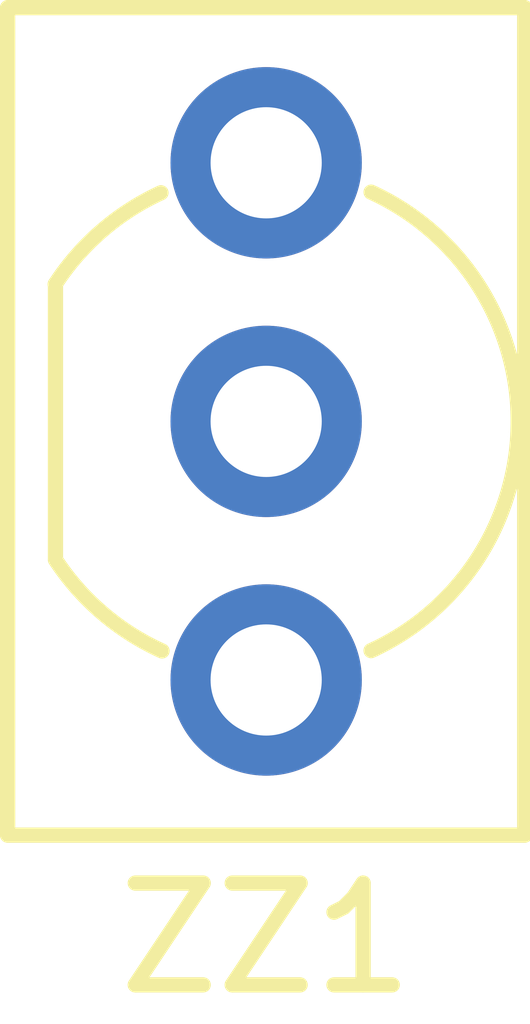
<source format=kicad_pcb>
(kicad_pcb (version 20171130) (host pcbnew "(5.1.9-0-10_14)")

  (general
    (thickness 1.6)
    (drawings 0)
    (tracks 0)
    (zones 0)
    (modules 1)
    (nets 4)
  )

  (page A4)
  (layers
    (0 F.Cu signal)
    (31 B.Cu signal)
    (32 B.Adhes user)
    (33 F.Adhes user)
    (34 B.Paste user)
    (35 F.Paste user)
    (36 B.SilkS user)
    (37 F.SilkS user)
    (38 B.Mask user)
    (39 F.Mask user)
    (40 Dwgs.User user)
    (41 Cmts.User user)
    (42 Eco1.User user)
    (43 Eco2.User user)
    (44 Edge.Cuts user)
    (45 Margin user)
    (46 B.CrtYd user hide)
    (47 F.CrtYd user hide)
    (48 B.Fab user hide)
    (49 F.Fab user hide)
  )

  (setup
    (last_trace_width 0.1524)
    (user_trace_width 0.1524)
    (user_trace_width 0.254)
    (user_trace_width 0.4064)
    (user_trace_width 0.635)
    (trace_clearance 0.1524)
    (zone_clearance 0.508)
    (zone_45_only no)
    (trace_min 0.1524)
    (via_size 0.6858)
    (via_drill 0.3048)
    (via_min_size 0.6858)
    (via_min_drill 0.3048)
    (uvia_size 0.3048)
    (uvia_drill 0.1524)
    (uvias_allowed no)
    (uvia_min_size 0.2)
    (uvia_min_drill 0.1)
    (edge_width 0.15)
    (segment_width 0.15)
    (pcb_text_width 0.3)
    (pcb_text_size 1.5 1.5)
    (mod_edge_width 0.15)
    (mod_text_size 1 1)
    (mod_text_width 0.15)
    (pad_size 1.524 1.524)
    (pad_drill 0.762)
    (pad_to_mask_clearance 0.2)
    (aux_axis_origin 0 0)
    (visible_elements FFFFFF7F)
    (pcbplotparams
      (layerselection 0x010fc_ffffffff)
      (usegerberextensions false)
      (usegerberattributes false)
      (usegerberadvancedattributes false)
      (creategerberjobfile false)
      (excludeedgelayer true)
      (linewidth 0.100000)
      (plotframeref false)
      (viasonmask false)
      (mode 1)
      (useauxorigin false)
      (hpglpennumber 1)
      (hpglpenspeed 20)
      (hpglpendiameter 15.000000)
      (psnegative false)
      (psa4output false)
      (plotreference true)
      (plotvalue true)
      (plotinvisibletext false)
      (padsonsilk false)
      (subtractmaskfromsilk false)
      (outputformat 1)
      (mirror false)
      (drillshape 1)
      (scaleselection 1)
      (outputdirectory ""))
  )

  (net 0 "")
  (net 1 +3V3)
  (net 2 "Net-(Pin0-Pad1)")
  (net 3 "Net-(Pin1-Pad1)")

  (net_class Default "This is the default net class."
    (clearance 0.1524)
    (trace_width 0.1524)
    (via_dia 0.6858)
    (via_drill 0.3048)
    (uvia_dia 0.3048)
    (uvia_drill 0.1524)
    (diff_pair_width 0.1524)
    (diff_pair_gap 0.1524)
    (add_net +3V3)
    (add_net "Net-(Pin0-Pad1)")
    (add_net "Net-(Pin1-Pad1)")
  )

  (module Switch_Thonk:SW_SPDT_Dailywell locked (layer F.Cu) (tedit 5FD26190) (tstamp 608ACBB9)
    (at 0 0)
    (path /5FD259E4)
    (fp_text reference ZZ1 (at 0 5.08) (layer F.SilkS)
      (effects (font (size 1 1) (thickness 0.15)))
    )
    (fp_text value SW_SPDT (at 0 -5.08) (layer F.Fab)
      (effects (font (size 1 1) (thickness 0.15)))
    )
    (fp_line (start -2.54 -4.064) (end 2.54 -4.064) (layer F.SilkS) (width 0.15))
    (fp_line (start -2.54 4.064) (end 2.54 4.064) (layer F.SilkS) (width 0.15))
    (fp_line (start -2.54 -4.064) (end -2.54 4.064) (layer F.SilkS) (width 0.15))
    (fp_line (start 2.54 -4.064) (end 2.54 4.064) (layer F.SilkS) (width 0.15))
    (fp_line (start -2.0701 -1.35128) (end -2.0701 1.35128) (layer F.SilkS) (width 0.15))
    (fp_arc (start 0 0) (end 2.4765 0) (angle -65.38985762) (layer F.SilkS) (width 0.15))
    (fp_arc (start 0 0) (end -1.033779 -2.245359) (angle -32.27419574) (layer F.SilkS) (width 0.15))
    (fp_arc (start 0 0) (end 2.4765 0) (angle 65.4) (layer F.SilkS) (width 0.15))
    (fp_arc (start 0 0) (end -2.070099 1.358899) (angle -32.3) (layer F.SilkS) (width 0.15))
    (pad 2 thru_hole circle (at 0 0) (size 1.8796 1.8796) (drill 1.0922) (layers *.Cu *.Mask)
      (net 1 +3V3))
    (pad 3 thru_hole circle (at 0 -2.54) (size 1.8796 1.8796) (drill 1.0922) (layers *.Cu *.Mask)
      (net 3 "Net-(Pin1-Pad1)"))
    (pad 1 thru_hole circle (at 0 2.54) (size 1.8796 1.8796) (drill 1.0922) (layers *.Cu *.Mask)
      (net 2 "Net-(Pin0-Pad1)"))
  )

)

</source>
